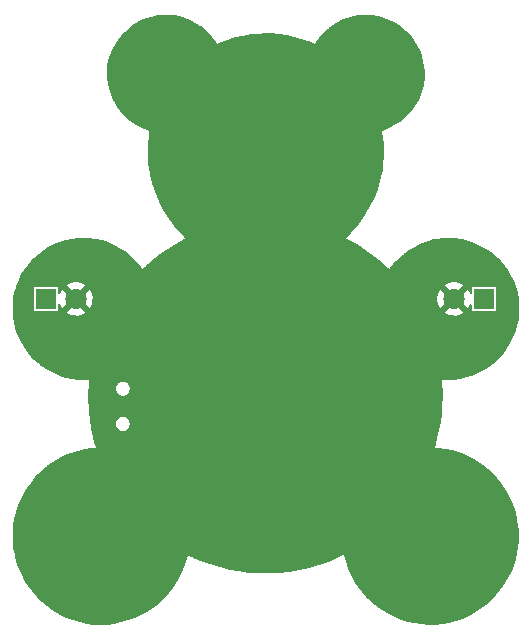
<source format=gbr>
G04 #@! TF.GenerationSoftware,KiCad,Pcbnew,(5.1.10)-1*
G04 #@! TF.CreationDate,2021-11-20T15:44:22+01:00*
G04 #@! TF.ProjectId,BlinkyBear,426c696e-6b79-4426-9561-722e6b696361,rev?*
G04 #@! TF.SameCoordinates,Original*
G04 #@! TF.FileFunction,Copper,L1,Top*
G04 #@! TF.FilePolarity,Positive*
%FSLAX46Y46*%
G04 Gerber Fmt 4.6, Leading zero omitted, Abs format (unit mm)*
G04 Created by KiCad (PCBNEW (5.1.10)-1) date 2021-11-20 15:44:22*
%MOMM*%
%LPD*%
G01*
G04 APERTURE LIST*
G04 #@! TA.AperFunction,ComponentPad*
%ADD10R,1.800000X1.800000*%
G04 #@! TD*
G04 #@! TA.AperFunction,ComponentPad*
%ADD11C,1.800000*%
G04 #@! TD*
G04 #@! TA.AperFunction,Conductor*
%ADD12C,0.152400*%
G04 #@! TD*
G04 #@! TA.AperFunction,Conductor*
%ADD13C,0.076200*%
G04 #@! TD*
G04 APERTURE END LIST*
D10*
X154432003Y-78740000D03*
D11*
X151892003Y-78740000D03*
D10*
X117348000Y-78740000D03*
D11*
X119888000Y-78740000D03*
D12*
X144832339Y-54784718D02*
X144987092Y-54800428D01*
X145473212Y-54882388D01*
X145941092Y-55009643D01*
X146389522Y-55180151D01*
X146816009Y-55391658D01*
X147218051Y-55641913D01*
X147593137Y-55928659D01*
X147938750Y-56249635D01*
X148252366Y-56602571D01*
X148531482Y-56985207D01*
X148773595Y-57395301D01*
X148976194Y-57830590D01*
X149136990Y-58289447D01*
X149218470Y-58602381D01*
X149301067Y-59079071D01*
X149335627Y-59557495D01*
X149323481Y-60034633D01*
X149265840Y-60506822D01*
X149163931Y-60970302D01*
X149018987Y-61421361D01*
X148832252Y-61856285D01*
X148604976Y-62271362D01*
X148338437Y-62662864D01*
X148033887Y-63027116D01*
X147691473Y-63361530D01*
X147607899Y-63433403D01*
X147323275Y-63653415D01*
X147012362Y-63860157D01*
X146686047Y-64047760D01*
X146356242Y-64209721D01*
X146034571Y-64339803D01*
X145815647Y-64410011D01*
X145801939Y-64415945D01*
X145789651Y-64424439D01*
X145781154Y-64432873D01*
X145758515Y-64459186D01*
X145749929Y-64471410D01*
X145743893Y-64485074D01*
X145740639Y-64499653D01*
X145740163Y-64512491D01*
X145743175Y-64576050D01*
X145744342Y-64586198D01*
X145744505Y-64587086D01*
X145819042Y-65083956D01*
X145864996Y-65610029D01*
X145882561Y-66154796D01*
X145871778Y-66706270D01*
X145832733Y-67252493D01*
X145765495Y-67782047D01*
X145719665Y-68045478D01*
X145560001Y-68750029D01*
X145355509Y-69431137D01*
X145106251Y-70089093D01*
X144812385Y-70723666D01*
X144474096Y-71334512D01*
X144091501Y-71921401D01*
X143664771Y-72483975D01*
X143193381Y-73022672D01*
X143057049Y-73165401D01*
X142680767Y-73552087D01*
X142671449Y-73563762D01*
X142664587Y-73577031D01*
X142660446Y-73591384D01*
X142659185Y-73606268D01*
X142660852Y-73621113D01*
X142665383Y-73635347D01*
X142672603Y-73648423D01*
X142682236Y-73659840D01*
X142699732Y-73672577D01*
X142997768Y-73830322D01*
X143669324Y-74211521D01*
X144332825Y-74639273D01*
X144984278Y-75110627D01*
X145618885Y-75622198D01*
X146087578Y-76036389D01*
X146377569Y-76302928D01*
X146389505Y-76311910D01*
X146402963Y-76318391D01*
X146417428Y-76322121D01*
X146432342Y-76322958D01*
X146447133Y-76320870D01*
X146461233Y-76315935D01*
X146474098Y-76308345D01*
X146485236Y-76298391D01*
X146491320Y-76290864D01*
X146591898Y-76148839D01*
X146918764Y-75730315D01*
X147282290Y-75343850D01*
X147679744Y-74990696D01*
X148107209Y-74673580D01*
X148560823Y-74395158D01*
X149036616Y-74158134D01*
X149530952Y-73965044D01*
X149962679Y-73837479D01*
X150198509Y-73781303D01*
X150411308Y-73738998D01*
X150616626Y-73708469D01*
X150831438Y-73687416D01*
X151072625Y-73673695D01*
X151224948Y-73668458D01*
X151536013Y-73664406D01*
X151812234Y-73671911D01*
X152070253Y-73692121D01*
X152326841Y-73726300D01*
X152588444Y-73773811D01*
X153120141Y-73905790D01*
X153628921Y-74082623D01*
X154115217Y-74304205D01*
X154578606Y-74570273D01*
X155018571Y-74880563D01*
X155435160Y-75235326D01*
X155663677Y-75459296D01*
X156029164Y-75870305D01*
X156349604Y-76303581D01*
X156625854Y-76760257D01*
X156858281Y-77240995D01*
X157047184Y-77746457D01*
X157192891Y-78277575D01*
X157283338Y-78752716D01*
X157305205Y-78939882D01*
X157320172Y-79165067D01*
X157328070Y-79414066D01*
X157328847Y-79672669D01*
X157322513Y-79926791D01*
X157309128Y-80162390D01*
X157288752Y-80366101D01*
X157281484Y-80417529D01*
X157172775Y-80968187D01*
X157019983Y-81493940D01*
X156822874Y-81996105D01*
X156581356Y-82474996D01*
X156295304Y-82930871D01*
X155964327Y-83364256D01*
X155675251Y-83686272D01*
X155282140Y-84059910D01*
X154861117Y-84392806D01*
X154414689Y-84684123D01*
X153945678Y-84932714D01*
X153456929Y-85137418D01*
X152951239Y-85297091D01*
X152431445Y-85410568D01*
X151900397Y-85476682D01*
X151359401Y-85494320D01*
X151266629Y-85492380D01*
X150861192Y-85480695D01*
X150846290Y-85481730D01*
X150831877Y-85485653D01*
X150818505Y-85492312D01*
X150806690Y-85501452D01*
X150796885Y-85512721D01*
X150789467Y-85525686D01*
X150784720Y-85539850D01*
X150782829Y-85554668D01*
X150783516Y-85567309D01*
X150797661Y-85669514D01*
X150802816Y-85721984D01*
X150809954Y-85817568D01*
X150818444Y-85947234D01*
X150827675Y-86101555D01*
X150837120Y-86272345D01*
X150841974Y-86365681D01*
X150856768Y-87034912D01*
X150835475Y-87727757D01*
X150779248Y-88435092D01*
X150689242Y-89146820D01*
X150566652Y-89852703D01*
X150412583Y-90543085D01*
X150306865Y-90940915D01*
X150271711Y-91067586D01*
X150271500Y-91068363D01*
X150242626Y-91176839D01*
X150242331Y-91177984D01*
X150222077Y-91259123D01*
X150221414Y-91262014D01*
X150212015Y-91307061D01*
X150210417Y-91321551D01*
X150210330Y-91327721D01*
X150211584Y-91342606D01*
X150215718Y-91356960D01*
X150222573Y-91370232D01*
X150231886Y-91381912D01*
X150243298Y-91391550D01*
X150256372Y-91398776D01*
X150271152Y-91403429D01*
X150298053Y-91408969D01*
X150303279Y-91409857D01*
X150370172Y-91418842D01*
X150371580Y-91419018D01*
X150467878Y-91430131D01*
X150468702Y-91430221D01*
X150563976Y-91440167D01*
X151176227Y-91523997D01*
X151763125Y-91650937D01*
X152328989Y-91822212D01*
X152876728Y-92038923D01*
X153409142Y-92302196D01*
X153929071Y-92613233D01*
X154440230Y-92973924D01*
X154474827Y-93000366D01*
X154598241Y-93101576D01*
X154746179Y-93233213D01*
X154910492Y-93387186D01*
X155082268Y-93554660D01*
X155252780Y-93726932D01*
X155413463Y-93895435D01*
X155555480Y-94051286D01*
X155670412Y-94186003D01*
X155705468Y-94230221D01*
X156069028Y-94738574D01*
X156383312Y-95256343D01*
X156650168Y-95787351D01*
X156871003Y-96334895D01*
X157047147Y-96902259D01*
X157179926Y-97492916D01*
X157267069Y-98079315D01*
X157280650Y-98242225D01*
X157289527Y-98444173D01*
X157293658Y-98671546D01*
X157293101Y-98911041D01*
X157287947Y-99149284D01*
X157278309Y-99373244D01*
X157264320Y-99569828D01*
X157255125Y-99658915D01*
X157170994Y-100212483D01*
X157051958Y-100738296D01*
X156894612Y-101248222D01*
X156695442Y-101753730D01*
X156480679Y-102207856D01*
X156232636Y-102659322D01*
X155962521Y-103078232D01*
X155662214Y-103475891D01*
X155323162Y-103863893D01*
X155130027Y-104064206D01*
X154681143Y-104480569D01*
X154205075Y-104854752D01*
X153702780Y-105186590D01*
X153175839Y-105475313D01*
X152625867Y-105720114D01*
X152054463Y-105920182D01*
X151463092Y-106074727D01*
X150905449Y-106175558D01*
X150325710Y-106233904D01*
X149739491Y-106244408D01*
X149151599Y-106207951D01*
X148567127Y-106125414D01*
X147991128Y-105997693D01*
X147428715Y-105825719D01*
X146884870Y-105610403D01*
X146390211Y-105366686D01*
X145938128Y-105102896D01*
X145523184Y-104821949D01*
X145132542Y-104514303D01*
X144752316Y-104169435D01*
X144644613Y-104063475D01*
X144255459Y-103646730D01*
X143908905Y-103216702D01*
X143601509Y-102767919D01*
X143330545Y-102295596D01*
X143093305Y-101794834D01*
X142887177Y-101260763D01*
X142709401Y-100687853D01*
X142658270Y-100496136D01*
X142630688Y-100388759D01*
X142625571Y-100374725D01*
X142617815Y-100361958D01*
X142607717Y-100350951D01*
X142595666Y-100342124D01*
X142582124Y-100335819D01*
X142567613Y-100332276D01*
X142552689Y-100331633D01*
X142537926Y-100333913D01*
X142522806Y-100339562D01*
X142327468Y-100437232D01*
X142142426Y-100525935D01*
X141923186Y-100624709D01*
X141683354Y-100727653D01*
X141437104Y-100828623D01*
X141287474Y-100887519D01*
X140466916Y-101178153D01*
X139638391Y-101419060D01*
X138802689Y-101610570D01*
X137961466Y-101752715D01*
X137116328Y-101845530D01*
X136268917Y-101889042D01*
X135420889Y-101883280D01*
X134573827Y-101828270D01*
X133729397Y-101724038D01*
X132889241Y-101570609D01*
X132054937Y-101367993D01*
X131228189Y-101116227D01*
X130409891Y-100815061D01*
X130143077Y-100705273D01*
X130004808Y-100645930D01*
X129866902Y-100585117D01*
X129744487Y-100529606D01*
X129651950Y-100485855D01*
X129639477Y-100479677D01*
X129525512Y-100423098D01*
X129522080Y-100421499D01*
X129445122Y-100387948D01*
X129429494Y-100383055D01*
X129380834Y-100373404D01*
X129365968Y-100371948D01*
X129351103Y-100373420D01*
X129330846Y-100380547D01*
X129301777Y-100395668D01*
X129289264Y-100403827D01*
X129278583Y-100414271D01*
X129267352Y-100432224D01*
X129249167Y-100472987D01*
X129244626Y-100486391D01*
X129228616Y-100553669D01*
X129228340Y-100554873D01*
X129227011Y-100560889D01*
X129182987Y-100735879D01*
X129122394Y-100942500D01*
X129049875Y-101166552D01*
X128970315Y-101393136D01*
X128888560Y-101607563D01*
X128855313Y-101689049D01*
X128598970Y-102238310D01*
X128300390Y-102761517D01*
X127961204Y-103257453D01*
X127583591Y-103723742D01*
X127169710Y-104158038D01*
X126721733Y-104557978D01*
X126241848Y-104921193D01*
X125731635Y-105245708D01*
X125430020Y-105411348D01*
X124883864Y-105666775D01*
X124319094Y-105876673D01*
X123739189Y-106040485D01*
X123148155Y-106157412D01*
X122550039Y-106226644D01*
X121948872Y-106247385D01*
X121369058Y-106220626D01*
X120783160Y-106145487D01*
X120205223Y-106021864D01*
X119633321Y-105849216D01*
X119065014Y-105626740D01*
X118729444Y-105471181D01*
X118243384Y-105211530D01*
X117792136Y-104925188D01*
X117365308Y-104604903D01*
X116952323Y-104242975D01*
X116797621Y-104093595D01*
X116379531Y-103644765D01*
X116003521Y-103168599D01*
X115669645Y-102665932D01*
X115378614Y-102138269D01*
X115131203Y-101587199D01*
X114928156Y-101014212D01*
X114770269Y-100420898D01*
X114658117Y-99807654D01*
X114638705Y-99662236D01*
X114626278Y-99526482D01*
X114616932Y-99350648D01*
X114610740Y-99146039D01*
X114607749Y-98924410D01*
X114607964Y-98697362D01*
X114611386Y-98476419D01*
X114617997Y-98273126D01*
X114627742Y-98099376D01*
X114639023Y-97978629D01*
X114737595Y-97373488D01*
X114881491Y-96787236D01*
X115068934Y-96221226D01*
X115298060Y-95677302D01*
X115567019Y-95157287D01*
X115873959Y-94663005D01*
X116217022Y-94196299D01*
X116594383Y-93758968D01*
X117004160Y-93352882D01*
X117444503Y-92979873D01*
X117913579Y-92641762D01*
X118409543Y-92340383D01*
X118930506Y-92077595D01*
X119474687Y-91855201D01*
X120040201Y-91675057D01*
X120625262Y-91538989D01*
X121219942Y-91449670D01*
X121351259Y-91435002D01*
X121351505Y-91434974D01*
X121464845Y-91421941D01*
X121465202Y-91421899D01*
X121550258Y-91411711D01*
X121551123Y-91411603D01*
X121599030Y-91405308D01*
X121603206Y-91404641D01*
X121610470Y-91403273D01*
X121624808Y-91399082D01*
X121638053Y-91392176D01*
X121649696Y-91382818D01*
X121659290Y-91371368D01*
X121666465Y-91358266D01*
X121670947Y-91344017D01*
X121672563Y-91329167D01*
X121671387Y-91315028D01*
X121667099Y-91290951D01*
X121665569Y-91284170D01*
X121649227Y-91224544D01*
X121648682Y-91222652D01*
X121623802Y-91140285D01*
X121623585Y-91139580D01*
X121623318Y-91138726D01*
X121529073Y-90812357D01*
X121437383Y-90446129D01*
X121350165Y-90050088D01*
X121269552Y-89635160D01*
X121206848Y-89266364D01*
X123172000Y-89266364D01*
X123172000Y-89400036D01*
X123198079Y-89531140D01*
X123249233Y-89654637D01*
X123323497Y-89765782D01*
X123418018Y-89860303D01*
X123529163Y-89934567D01*
X123652660Y-89985721D01*
X123783764Y-90011800D01*
X123917436Y-90011800D01*
X124048540Y-89985721D01*
X124172037Y-89934567D01*
X124283182Y-89860303D01*
X124377703Y-89765782D01*
X124451967Y-89654637D01*
X124503121Y-89531140D01*
X124529200Y-89400036D01*
X124529200Y-89266364D01*
X124503121Y-89135260D01*
X124451967Y-89011763D01*
X124377703Y-88900618D01*
X124283182Y-88806097D01*
X124172037Y-88731833D01*
X124048540Y-88680679D01*
X123917436Y-88654600D01*
X123783764Y-88654600D01*
X123652660Y-88680679D01*
X123529163Y-88731833D01*
X123418018Y-88806097D01*
X123323497Y-88900618D01*
X123249233Y-89011763D01*
X123198079Y-89135260D01*
X123172000Y-89266364D01*
X121206848Y-89266364D01*
X121197620Y-89212090D01*
X121136455Y-88791770D01*
X121088060Y-88384503D01*
X121081985Y-88324722D01*
X121059457Y-88050242D01*
X121042785Y-87746953D01*
X121031946Y-87424444D01*
X121026949Y-87093088D01*
X121027779Y-86762894D01*
X121034420Y-86444304D01*
X121041865Y-86266364D01*
X123172000Y-86266364D01*
X123172000Y-86400036D01*
X123198079Y-86531140D01*
X123249233Y-86654637D01*
X123323497Y-86765782D01*
X123418018Y-86860303D01*
X123529163Y-86934567D01*
X123652660Y-86985721D01*
X123783764Y-87011800D01*
X123917436Y-87011800D01*
X124048540Y-86985721D01*
X124172037Y-86934567D01*
X124283182Y-86860303D01*
X124377703Y-86765782D01*
X124451967Y-86654637D01*
X124503121Y-86531140D01*
X124529200Y-86400036D01*
X124529200Y-86266364D01*
X124503121Y-86135260D01*
X124451967Y-86011763D01*
X124377703Y-85900618D01*
X124283182Y-85806097D01*
X124172037Y-85731833D01*
X124048540Y-85680679D01*
X123917436Y-85654600D01*
X123783764Y-85654600D01*
X123652660Y-85680679D01*
X123529163Y-85731833D01*
X123418018Y-85806097D01*
X123323497Y-85900618D01*
X123249233Y-86011763D01*
X123198079Y-86135260D01*
X123172000Y-86266364D01*
X121041865Y-86266364D01*
X121046842Y-86147439D01*
X121064991Y-85882571D01*
X121085746Y-85683062D01*
X121100269Y-85568594D01*
X121100688Y-85553662D01*
X121098185Y-85538935D01*
X121092857Y-85524979D01*
X121084910Y-85512332D01*
X121074647Y-85501477D01*
X121062464Y-85492833D01*
X121048829Y-85486733D01*
X121034266Y-85483409D01*
X121022761Y-85482827D01*
X120621919Y-85492897D01*
X120086038Y-85481481D01*
X119558419Y-85420774D01*
X119039067Y-85311325D01*
X118529688Y-85153683D01*
X118032083Y-84948399D01*
X117548027Y-84695999D01*
X117078272Y-84396335D01*
X116970082Y-84318996D01*
X116821657Y-84202133D01*
X116651805Y-84054229D01*
X116469873Y-83884500D01*
X116285950Y-83702898D01*
X116109940Y-83519278D01*
X115951743Y-83343551D01*
X115820826Y-83185224D01*
X115787671Y-83141673D01*
X115474522Y-82679039D01*
X115209042Y-82199775D01*
X114990124Y-81701976D01*
X114817317Y-81184596D01*
X114690002Y-80645615D01*
X114653099Y-80431964D01*
X114631932Y-80253542D01*
X114616914Y-80037538D01*
X114608151Y-79796685D01*
X114605721Y-79544672D01*
X114609638Y-79294565D01*
X114619883Y-79059773D01*
X114636384Y-78853579D01*
X114652422Y-78728109D01*
X114763099Y-78177976D01*
X114862582Y-77840000D01*
X116218294Y-77840000D01*
X116218294Y-79640000D01*
X116222708Y-79684813D01*
X116235779Y-79727905D01*
X116257006Y-79767618D01*
X116285573Y-79802427D01*
X116320382Y-79830994D01*
X116360095Y-79852221D01*
X116403187Y-79865292D01*
X116448000Y-79869706D01*
X118248000Y-79869706D01*
X118292813Y-79865292D01*
X118335905Y-79852221D01*
X118375618Y-79830994D01*
X118402817Y-79808672D01*
X119070775Y-79808672D01*
X119161483Y-80042457D01*
X119429540Y-80159167D01*
X119715214Y-80221339D01*
X120007529Y-80226585D01*
X120295251Y-80174701D01*
X120567322Y-80067683D01*
X120614517Y-80042457D01*
X120705225Y-79808672D01*
X151074778Y-79808672D01*
X151165486Y-80042457D01*
X151433543Y-80159167D01*
X151719217Y-80221339D01*
X152011532Y-80226585D01*
X152299254Y-80174701D01*
X152571325Y-80067683D01*
X152618520Y-80042457D01*
X152709228Y-79808672D01*
X151892003Y-78991447D01*
X151074778Y-79808672D01*
X120705225Y-79808672D01*
X119888000Y-78991447D01*
X119070775Y-79808672D01*
X118402817Y-79808672D01*
X118410427Y-79802427D01*
X118438994Y-79767618D01*
X118460221Y-79727905D01*
X118473292Y-79684813D01*
X118477706Y-79640000D01*
X118477706Y-79209301D01*
X118560317Y-79419322D01*
X118585543Y-79466517D01*
X118819328Y-79557225D01*
X119636553Y-78740000D01*
X120139447Y-78740000D01*
X120956672Y-79557225D01*
X121190457Y-79466517D01*
X121307167Y-79198460D01*
X121369339Y-78912786D01*
X121370294Y-78859529D01*
X150405418Y-78859529D01*
X150457302Y-79147251D01*
X150564320Y-79419322D01*
X150589546Y-79466517D01*
X150823331Y-79557225D01*
X151640556Y-78740000D01*
X152143450Y-78740000D01*
X152960675Y-79557225D01*
X153194460Y-79466517D01*
X153302297Y-79218839D01*
X153302297Y-79640000D01*
X153306711Y-79684813D01*
X153319782Y-79727905D01*
X153341009Y-79767618D01*
X153369576Y-79802427D01*
X153404385Y-79830994D01*
X153444098Y-79852221D01*
X153487190Y-79865292D01*
X153532003Y-79869706D01*
X155332003Y-79869706D01*
X155376816Y-79865292D01*
X155419908Y-79852221D01*
X155459621Y-79830994D01*
X155494430Y-79802427D01*
X155522997Y-79767618D01*
X155544224Y-79727905D01*
X155557295Y-79684813D01*
X155561709Y-79640000D01*
X155561709Y-77840000D01*
X155557295Y-77795187D01*
X155544224Y-77752095D01*
X155522997Y-77712382D01*
X155494430Y-77677573D01*
X155459621Y-77649006D01*
X155419908Y-77627779D01*
X155376816Y-77614708D01*
X155332003Y-77610294D01*
X153532003Y-77610294D01*
X153487190Y-77614708D01*
X153444098Y-77627779D01*
X153404385Y-77649006D01*
X153369576Y-77677573D01*
X153341009Y-77712382D01*
X153319782Y-77752095D01*
X153306711Y-77795187D01*
X153302297Y-77840000D01*
X153302297Y-78270699D01*
X153219686Y-78060678D01*
X153194460Y-78013483D01*
X152960675Y-77922775D01*
X152143450Y-78740000D01*
X151640556Y-78740000D01*
X150823331Y-77922775D01*
X150589546Y-78013483D01*
X150472836Y-78281540D01*
X150410664Y-78567214D01*
X150405418Y-78859529D01*
X121370294Y-78859529D01*
X121374585Y-78620471D01*
X121322701Y-78332749D01*
X121215683Y-78060678D01*
X121190457Y-78013483D01*
X120956672Y-77922775D01*
X120139447Y-78740000D01*
X119636553Y-78740000D01*
X118819328Y-77922775D01*
X118585543Y-78013483D01*
X118477706Y-78261161D01*
X118477706Y-77840000D01*
X118473292Y-77795187D01*
X118460221Y-77752095D01*
X118438994Y-77712382D01*
X118410427Y-77677573D01*
X118402818Y-77671328D01*
X119070775Y-77671328D01*
X119888000Y-78488553D01*
X120705225Y-77671328D01*
X151074778Y-77671328D01*
X151892003Y-78488553D01*
X152709228Y-77671328D01*
X152618520Y-77437543D01*
X152350463Y-77320833D01*
X152064789Y-77258661D01*
X151772474Y-77253415D01*
X151484752Y-77305299D01*
X151212681Y-77412317D01*
X151165486Y-77437543D01*
X151074778Y-77671328D01*
X120705225Y-77671328D01*
X120614517Y-77437543D01*
X120346460Y-77320833D01*
X120060786Y-77258661D01*
X119768471Y-77253415D01*
X119480749Y-77305299D01*
X119208678Y-77412317D01*
X119161483Y-77437543D01*
X119070775Y-77671328D01*
X118402818Y-77671328D01*
X118375618Y-77649006D01*
X118335905Y-77627779D01*
X118292813Y-77614708D01*
X118248000Y-77610294D01*
X116448000Y-77610294D01*
X116403187Y-77614708D01*
X116360095Y-77627779D01*
X116320382Y-77649006D01*
X116285573Y-77677573D01*
X116257006Y-77712382D01*
X116235779Y-77752095D01*
X116222708Y-77795187D01*
X116218294Y-77840000D01*
X114862582Y-77840000D01*
X114918199Y-77651055D01*
X115117395Y-77147560D01*
X115360318Y-76668125D01*
X115646612Y-76213441D01*
X115976164Y-75783927D01*
X116271758Y-75458007D01*
X116676302Y-75077318D01*
X117104063Y-74741175D01*
X117554996Y-74449450D01*
X118028881Y-74202228D01*
X118525682Y-73999561D01*
X119008843Y-73850993D01*
X119208192Y-73800099D01*
X119380774Y-73759905D01*
X119535863Y-73729441D01*
X119684682Y-73707261D01*
X119838516Y-73691992D01*
X120008845Y-73682363D01*
X120206480Y-73677203D01*
X120442359Y-73675314D01*
X120511386Y-73675208D01*
X120772528Y-73676637D01*
X120993270Y-73682169D01*
X121185048Y-73693144D01*
X121359374Y-73710882D01*
X121528139Y-73736786D01*
X121703401Y-73772404D01*
X121896810Y-73819309D01*
X122091284Y-73871196D01*
X122599364Y-74036392D01*
X123088813Y-74246946D01*
X123557530Y-74500914D01*
X124001946Y-74795859D01*
X124418494Y-75129329D01*
X124803610Y-75498855D01*
X125154476Y-75902803D01*
X125279631Y-76067023D01*
X125431037Y-76273298D01*
X125441014Y-76284415D01*
X125452968Y-76293373D01*
X125466440Y-76299827D01*
X125480912Y-76303528D01*
X125495828Y-76304335D01*
X125510615Y-76302216D01*
X125524704Y-76297254D01*
X125537555Y-76289638D01*
X125544386Y-76283983D01*
X125815366Y-76031729D01*
X126386838Y-75529871D01*
X126999036Y-75049275D01*
X127646193Y-74593931D01*
X128321690Y-74168556D01*
X128921482Y-73829616D01*
X129228562Y-73665013D01*
X129240972Y-73656699D01*
X129251522Y-73646124D01*
X129259807Y-73633694D01*
X129265507Y-73619887D01*
X129268404Y-73605233D01*
X129268386Y-73590295D01*
X129265455Y-73575647D01*
X129259722Y-73561853D01*
X129247143Y-73544680D01*
X128850910Y-73137950D01*
X128374089Y-72612882D01*
X127940136Y-72061300D01*
X127548806Y-71483639D01*
X127200783Y-70881351D01*
X126896739Y-70255863D01*
X126637347Y-69608582D01*
X126423301Y-68940947D01*
X126255297Y-68254385D01*
X126133867Y-67549359D01*
X126111945Y-67379042D01*
X126072461Y-66941911D01*
X126054241Y-66475634D01*
X126057022Y-65996181D01*
X126080549Y-65520459D01*
X126124560Y-65064739D01*
X126152453Y-64860776D01*
X126152454Y-64860776D01*
X126169857Y-64734854D01*
X126170123Y-64732703D01*
X126181885Y-64625109D01*
X126182168Y-64621884D01*
X126187455Y-64542386D01*
X126187533Y-64533630D01*
X126185509Y-64491991D01*
X126183325Y-64477214D01*
X126176813Y-64460169D01*
X126175032Y-64456789D01*
X126166807Y-64444320D01*
X126156307Y-64433695D01*
X126141023Y-64423823D01*
X126109380Y-64408389D01*
X126103886Y-64405973D01*
X126035409Y-64379018D01*
X126033522Y-64378304D01*
X125939630Y-64344186D01*
X125938522Y-64343793D01*
X125872137Y-64320823D01*
X125491161Y-64168770D01*
X125111978Y-63974265D01*
X124742201Y-63742904D01*
X124391600Y-63481301D01*
X124069875Y-63196201D01*
X123785235Y-62892985D01*
X123772386Y-62877734D01*
X123538947Y-62579769D01*
X123338348Y-62279941D01*
X123155489Y-61955234D01*
X123105063Y-61855775D01*
X122908876Y-61405169D01*
X122760803Y-60944520D01*
X122659892Y-60475648D01*
X122605828Y-60001793D01*
X122598307Y-59526259D01*
X122637024Y-59052283D01*
X122721677Y-58583163D01*
X122851971Y-58122160D01*
X123027595Y-57672592D01*
X123248278Y-57237680D01*
X123514469Y-56819548D01*
X123585030Y-56722258D01*
X123678660Y-56606026D01*
X123802286Y-56466844D01*
X123946247Y-56314535D01*
X124100349Y-56159377D01*
X124254525Y-56011448D01*
X124398599Y-55880868D01*
X124522742Y-55777361D01*
X124551157Y-55755653D01*
X124965546Y-55477677D01*
X125396380Y-55246027D01*
X125841643Y-55059921D01*
X126298212Y-54919337D01*
X126762951Y-54824266D01*
X127232702Y-54774708D01*
X127704342Y-54770667D01*
X128174703Y-54812148D01*
X128640647Y-54899161D01*
X129099045Y-55031724D01*
X129546735Y-55209850D01*
X129980588Y-55433569D01*
X130398836Y-55703804D01*
X130450486Y-55741363D01*
X130702049Y-55944916D01*
X130957137Y-56184918D01*
X131205540Y-56450439D01*
X131435936Y-56729431D01*
X131637694Y-57010470D01*
X131692634Y-57092124D01*
X131693500Y-57093383D01*
X131738046Y-57156806D01*
X131740042Y-57159518D01*
X131766674Y-57194081D01*
X131777415Y-57205403D01*
X131781584Y-57208980D01*
X131793820Y-57217549D01*
X131807492Y-57223566D01*
X131822076Y-57226800D01*
X131837010Y-57227127D01*
X131857484Y-57222673D01*
X131883055Y-57213277D01*
X131885545Y-57212313D01*
X131948220Y-57186757D01*
X131948867Y-57186489D01*
X132039100Y-57148726D01*
X132039488Y-57148563D01*
X132141848Y-57105057D01*
X132746342Y-56872269D01*
X133375266Y-56679337D01*
X134022383Y-56527149D01*
X134680039Y-56417103D01*
X135340542Y-56350567D01*
X135996708Y-56328860D01*
X136420414Y-56339625D01*
X137074681Y-56393356D01*
X137723109Y-56488562D01*
X138358726Y-56623638D01*
X138974212Y-56796919D01*
X139563136Y-57007018D01*
X139769222Y-57092222D01*
X139881806Y-57140379D01*
X139882053Y-57140484D01*
X139976746Y-57180594D01*
X139977137Y-57180759D01*
X140044543Y-57208869D01*
X140045805Y-57209381D01*
X140076974Y-57221730D01*
X140086358Y-57224762D01*
X140087390Y-57225023D01*
X140102161Y-57227249D01*
X140117082Y-57226550D01*
X140131581Y-57222953D01*
X140145099Y-57216597D01*
X140157117Y-57207726D01*
X140165835Y-57198425D01*
X140181544Y-57178567D01*
X140184278Y-57174888D01*
X140221869Y-57121002D01*
X140222517Y-57120057D01*
X140276137Y-57040676D01*
X140276504Y-57040129D01*
X140331250Y-56957549D01*
X140616573Y-56568639D01*
X140936005Y-56214539D01*
X141287357Y-55895167D01*
X141667176Y-55612142D01*
X142072007Y-55367086D01*
X142498350Y-55161636D01*
X142942746Y-54997398D01*
X143401691Y-54875988D01*
X143871699Y-54799004D01*
X144349282Y-54768038D01*
X144832339Y-54784718D01*
G04 #@! TA.AperFunction,Conductor*
D13*
G36*
X144832339Y-54784718D02*
G01*
X144987092Y-54800428D01*
X145473212Y-54882388D01*
X145941092Y-55009643D01*
X146389522Y-55180151D01*
X146816009Y-55391658D01*
X147218051Y-55641913D01*
X147593137Y-55928659D01*
X147938750Y-56249635D01*
X148252366Y-56602571D01*
X148531482Y-56985207D01*
X148773595Y-57395301D01*
X148976194Y-57830590D01*
X149136990Y-58289447D01*
X149218470Y-58602381D01*
X149301067Y-59079071D01*
X149335627Y-59557495D01*
X149323481Y-60034633D01*
X149265840Y-60506822D01*
X149163931Y-60970302D01*
X149018987Y-61421361D01*
X148832252Y-61856285D01*
X148604976Y-62271362D01*
X148338437Y-62662864D01*
X148033887Y-63027116D01*
X147691473Y-63361530D01*
X147607899Y-63433403D01*
X147323275Y-63653415D01*
X147012362Y-63860157D01*
X146686047Y-64047760D01*
X146356242Y-64209721D01*
X146034571Y-64339803D01*
X145815647Y-64410011D01*
X145801939Y-64415945D01*
X145789651Y-64424439D01*
X145781154Y-64432873D01*
X145758515Y-64459186D01*
X145749929Y-64471410D01*
X145743893Y-64485074D01*
X145740639Y-64499653D01*
X145740163Y-64512491D01*
X145743175Y-64576050D01*
X145744342Y-64586198D01*
X145744505Y-64587086D01*
X145819042Y-65083956D01*
X145864996Y-65610029D01*
X145882561Y-66154796D01*
X145871778Y-66706270D01*
X145832733Y-67252493D01*
X145765495Y-67782047D01*
X145719665Y-68045478D01*
X145560001Y-68750029D01*
X145355509Y-69431137D01*
X145106251Y-70089093D01*
X144812385Y-70723666D01*
X144474096Y-71334512D01*
X144091501Y-71921401D01*
X143664771Y-72483975D01*
X143193381Y-73022672D01*
X143057049Y-73165401D01*
X142680767Y-73552087D01*
X142671449Y-73563762D01*
X142664587Y-73577031D01*
X142660446Y-73591384D01*
X142659185Y-73606268D01*
X142660852Y-73621113D01*
X142665383Y-73635347D01*
X142672603Y-73648423D01*
X142682236Y-73659840D01*
X142699732Y-73672577D01*
X142997768Y-73830322D01*
X143669324Y-74211521D01*
X144332825Y-74639273D01*
X144984278Y-75110627D01*
X145618885Y-75622198D01*
X146087578Y-76036389D01*
X146377569Y-76302928D01*
X146389505Y-76311910D01*
X146402963Y-76318391D01*
X146417428Y-76322121D01*
X146432342Y-76322958D01*
X146447133Y-76320870D01*
X146461233Y-76315935D01*
X146474098Y-76308345D01*
X146485236Y-76298391D01*
X146491320Y-76290864D01*
X146591898Y-76148839D01*
X146918764Y-75730315D01*
X147282290Y-75343850D01*
X147679744Y-74990696D01*
X148107209Y-74673580D01*
X148560823Y-74395158D01*
X149036616Y-74158134D01*
X149530952Y-73965044D01*
X149962679Y-73837479D01*
X150198509Y-73781303D01*
X150411308Y-73738998D01*
X150616626Y-73708469D01*
X150831438Y-73687416D01*
X151072625Y-73673695D01*
X151224948Y-73668458D01*
X151536013Y-73664406D01*
X151812234Y-73671911D01*
X152070253Y-73692121D01*
X152326841Y-73726300D01*
X152588444Y-73773811D01*
X153120141Y-73905790D01*
X153628921Y-74082623D01*
X154115217Y-74304205D01*
X154578606Y-74570273D01*
X155018571Y-74880563D01*
X155435160Y-75235326D01*
X155663677Y-75459296D01*
X156029164Y-75870305D01*
X156349604Y-76303581D01*
X156625854Y-76760257D01*
X156858281Y-77240995D01*
X157047184Y-77746457D01*
X157192891Y-78277575D01*
X157283338Y-78752716D01*
X157305205Y-78939882D01*
X157320172Y-79165067D01*
X157328070Y-79414066D01*
X157328847Y-79672669D01*
X157322513Y-79926791D01*
X157309128Y-80162390D01*
X157288752Y-80366101D01*
X157281484Y-80417529D01*
X157172775Y-80968187D01*
X157019983Y-81493940D01*
X156822874Y-81996105D01*
X156581356Y-82474996D01*
X156295304Y-82930871D01*
X155964327Y-83364256D01*
X155675251Y-83686272D01*
X155282140Y-84059910D01*
X154861117Y-84392806D01*
X154414689Y-84684123D01*
X153945678Y-84932714D01*
X153456929Y-85137418D01*
X152951239Y-85297091D01*
X152431445Y-85410568D01*
X151900397Y-85476682D01*
X151359401Y-85494320D01*
X151266629Y-85492380D01*
X150861192Y-85480695D01*
X150846290Y-85481730D01*
X150831877Y-85485653D01*
X150818505Y-85492312D01*
X150806690Y-85501452D01*
X150796885Y-85512721D01*
X150789467Y-85525686D01*
X150784720Y-85539850D01*
X150782829Y-85554668D01*
X150783516Y-85567309D01*
X150797661Y-85669514D01*
X150802816Y-85721984D01*
X150809954Y-85817568D01*
X150818444Y-85947234D01*
X150827675Y-86101555D01*
X150837120Y-86272345D01*
X150841974Y-86365681D01*
X150856768Y-87034912D01*
X150835475Y-87727757D01*
X150779248Y-88435092D01*
X150689242Y-89146820D01*
X150566652Y-89852703D01*
X150412583Y-90543085D01*
X150306865Y-90940915D01*
X150271711Y-91067586D01*
X150271500Y-91068363D01*
X150242626Y-91176839D01*
X150242331Y-91177984D01*
X150222077Y-91259123D01*
X150221414Y-91262014D01*
X150212015Y-91307061D01*
X150210417Y-91321551D01*
X150210330Y-91327721D01*
X150211584Y-91342606D01*
X150215718Y-91356960D01*
X150222573Y-91370232D01*
X150231886Y-91381912D01*
X150243298Y-91391550D01*
X150256372Y-91398776D01*
X150271152Y-91403429D01*
X150298053Y-91408969D01*
X150303279Y-91409857D01*
X150370172Y-91418842D01*
X150371580Y-91419018D01*
X150467878Y-91430131D01*
X150468702Y-91430221D01*
X150563976Y-91440167D01*
X151176227Y-91523997D01*
X151763125Y-91650937D01*
X152328989Y-91822212D01*
X152876728Y-92038923D01*
X153409142Y-92302196D01*
X153929071Y-92613233D01*
X154440230Y-92973924D01*
X154474827Y-93000366D01*
X154598241Y-93101576D01*
X154746179Y-93233213D01*
X154910492Y-93387186D01*
X155082268Y-93554660D01*
X155252780Y-93726932D01*
X155413463Y-93895435D01*
X155555480Y-94051286D01*
X155670412Y-94186003D01*
X155705468Y-94230221D01*
X156069028Y-94738574D01*
X156383312Y-95256343D01*
X156650168Y-95787351D01*
X156871003Y-96334895D01*
X157047147Y-96902259D01*
X157179926Y-97492916D01*
X157267069Y-98079315D01*
X157280650Y-98242225D01*
X157289527Y-98444173D01*
X157293658Y-98671546D01*
X157293101Y-98911041D01*
X157287947Y-99149284D01*
X157278309Y-99373244D01*
X157264320Y-99569828D01*
X157255125Y-99658915D01*
X157170994Y-100212483D01*
X157051958Y-100738296D01*
X156894612Y-101248222D01*
X156695442Y-101753730D01*
X156480679Y-102207856D01*
X156232636Y-102659322D01*
X155962521Y-103078232D01*
X155662214Y-103475891D01*
X155323162Y-103863893D01*
X155130027Y-104064206D01*
X154681143Y-104480569D01*
X154205075Y-104854752D01*
X153702780Y-105186590D01*
X153175839Y-105475313D01*
X152625867Y-105720114D01*
X152054463Y-105920182D01*
X151463092Y-106074727D01*
X150905449Y-106175558D01*
X150325710Y-106233904D01*
X149739491Y-106244408D01*
X149151599Y-106207951D01*
X148567127Y-106125414D01*
X147991128Y-105997693D01*
X147428715Y-105825719D01*
X146884870Y-105610403D01*
X146390211Y-105366686D01*
X145938128Y-105102896D01*
X145523184Y-104821949D01*
X145132542Y-104514303D01*
X144752316Y-104169435D01*
X144644613Y-104063475D01*
X144255459Y-103646730D01*
X143908905Y-103216702D01*
X143601509Y-102767919D01*
X143330545Y-102295596D01*
X143093305Y-101794834D01*
X142887177Y-101260763D01*
X142709401Y-100687853D01*
X142658270Y-100496136D01*
X142630688Y-100388759D01*
X142625571Y-100374725D01*
X142617815Y-100361958D01*
X142607717Y-100350951D01*
X142595666Y-100342124D01*
X142582124Y-100335819D01*
X142567613Y-100332276D01*
X142552689Y-100331633D01*
X142537926Y-100333913D01*
X142522806Y-100339562D01*
X142327468Y-100437232D01*
X142142426Y-100525935D01*
X141923186Y-100624709D01*
X141683354Y-100727653D01*
X141437104Y-100828623D01*
X141287474Y-100887519D01*
X140466916Y-101178153D01*
X139638391Y-101419060D01*
X138802689Y-101610570D01*
X137961466Y-101752715D01*
X137116328Y-101845530D01*
X136268917Y-101889042D01*
X135420889Y-101883280D01*
X134573827Y-101828270D01*
X133729397Y-101724038D01*
X132889241Y-101570609D01*
X132054937Y-101367993D01*
X131228189Y-101116227D01*
X130409891Y-100815061D01*
X130143077Y-100705273D01*
X130004808Y-100645930D01*
X129866902Y-100585117D01*
X129744487Y-100529606D01*
X129651950Y-100485855D01*
X129639477Y-100479677D01*
X129525512Y-100423098D01*
X129522080Y-100421499D01*
X129445122Y-100387948D01*
X129429494Y-100383055D01*
X129380834Y-100373404D01*
X129365968Y-100371948D01*
X129351103Y-100373420D01*
X129330846Y-100380547D01*
X129301777Y-100395668D01*
X129289264Y-100403827D01*
X129278583Y-100414271D01*
X129267352Y-100432224D01*
X129249167Y-100472987D01*
X129244626Y-100486391D01*
X129228616Y-100553669D01*
X129228340Y-100554873D01*
X129227011Y-100560889D01*
X129182987Y-100735879D01*
X129122394Y-100942500D01*
X129049875Y-101166552D01*
X128970315Y-101393136D01*
X128888560Y-101607563D01*
X128855313Y-101689049D01*
X128598970Y-102238310D01*
X128300390Y-102761517D01*
X127961204Y-103257453D01*
X127583591Y-103723742D01*
X127169710Y-104158038D01*
X126721733Y-104557978D01*
X126241848Y-104921193D01*
X125731635Y-105245708D01*
X125430020Y-105411348D01*
X124883864Y-105666775D01*
X124319094Y-105876673D01*
X123739189Y-106040485D01*
X123148155Y-106157412D01*
X122550039Y-106226644D01*
X121948872Y-106247385D01*
X121369058Y-106220626D01*
X120783160Y-106145487D01*
X120205223Y-106021864D01*
X119633321Y-105849216D01*
X119065014Y-105626740D01*
X118729444Y-105471181D01*
X118243384Y-105211530D01*
X117792136Y-104925188D01*
X117365308Y-104604903D01*
X116952323Y-104242975D01*
X116797621Y-104093595D01*
X116379531Y-103644765D01*
X116003521Y-103168599D01*
X115669645Y-102665932D01*
X115378614Y-102138269D01*
X115131203Y-101587199D01*
X114928156Y-101014212D01*
X114770269Y-100420898D01*
X114658117Y-99807654D01*
X114638705Y-99662236D01*
X114626278Y-99526482D01*
X114616932Y-99350648D01*
X114610740Y-99146039D01*
X114607749Y-98924410D01*
X114607964Y-98697362D01*
X114611386Y-98476419D01*
X114617997Y-98273126D01*
X114627742Y-98099376D01*
X114639023Y-97978629D01*
X114737595Y-97373488D01*
X114881491Y-96787236D01*
X115068934Y-96221226D01*
X115298060Y-95677302D01*
X115567019Y-95157287D01*
X115873959Y-94663005D01*
X116217022Y-94196299D01*
X116594383Y-93758968D01*
X117004160Y-93352882D01*
X117444503Y-92979873D01*
X117913579Y-92641762D01*
X118409543Y-92340383D01*
X118930506Y-92077595D01*
X119474687Y-91855201D01*
X120040201Y-91675057D01*
X120625262Y-91538989D01*
X121219942Y-91449670D01*
X121351259Y-91435002D01*
X121351505Y-91434974D01*
X121464845Y-91421941D01*
X121465202Y-91421899D01*
X121550258Y-91411711D01*
X121551123Y-91411603D01*
X121599030Y-91405308D01*
X121603206Y-91404641D01*
X121610470Y-91403273D01*
X121624808Y-91399082D01*
X121638053Y-91392176D01*
X121649696Y-91382818D01*
X121659290Y-91371368D01*
X121666465Y-91358266D01*
X121670947Y-91344017D01*
X121672563Y-91329167D01*
X121671387Y-91315028D01*
X121667099Y-91290951D01*
X121665569Y-91284170D01*
X121649227Y-91224544D01*
X121648682Y-91222652D01*
X121623802Y-91140285D01*
X121623585Y-91139580D01*
X121623318Y-91138726D01*
X121529073Y-90812357D01*
X121437383Y-90446129D01*
X121350165Y-90050088D01*
X121269552Y-89635160D01*
X121206848Y-89266364D01*
X123172000Y-89266364D01*
X123172000Y-89400036D01*
X123198079Y-89531140D01*
X123249233Y-89654637D01*
X123323497Y-89765782D01*
X123418018Y-89860303D01*
X123529163Y-89934567D01*
X123652660Y-89985721D01*
X123783764Y-90011800D01*
X123917436Y-90011800D01*
X124048540Y-89985721D01*
X124172037Y-89934567D01*
X124283182Y-89860303D01*
X124377703Y-89765782D01*
X124451967Y-89654637D01*
X124503121Y-89531140D01*
X124529200Y-89400036D01*
X124529200Y-89266364D01*
X124503121Y-89135260D01*
X124451967Y-89011763D01*
X124377703Y-88900618D01*
X124283182Y-88806097D01*
X124172037Y-88731833D01*
X124048540Y-88680679D01*
X123917436Y-88654600D01*
X123783764Y-88654600D01*
X123652660Y-88680679D01*
X123529163Y-88731833D01*
X123418018Y-88806097D01*
X123323497Y-88900618D01*
X123249233Y-89011763D01*
X123198079Y-89135260D01*
X123172000Y-89266364D01*
X121206848Y-89266364D01*
X121197620Y-89212090D01*
X121136455Y-88791770D01*
X121088060Y-88384503D01*
X121081985Y-88324722D01*
X121059457Y-88050242D01*
X121042785Y-87746953D01*
X121031946Y-87424444D01*
X121026949Y-87093088D01*
X121027779Y-86762894D01*
X121034420Y-86444304D01*
X121041865Y-86266364D01*
X123172000Y-86266364D01*
X123172000Y-86400036D01*
X123198079Y-86531140D01*
X123249233Y-86654637D01*
X123323497Y-86765782D01*
X123418018Y-86860303D01*
X123529163Y-86934567D01*
X123652660Y-86985721D01*
X123783764Y-87011800D01*
X123917436Y-87011800D01*
X124048540Y-86985721D01*
X124172037Y-86934567D01*
X124283182Y-86860303D01*
X124377703Y-86765782D01*
X124451967Y-86654637D01*
X124503121Y-86531140D01*
X124529200Y-86400036D01*
X124529200Y-86266364D01*
X124503121Y-86135260D01*
X124451967Y-86011763D01*
X124377703Y-85900618D01*
X124283182Y-85806097D01*
X124172037Y-85731833D01*
X124048540Y-85680679D01*
X123917436Y-85654600D01*
X123783764Y-85654600D01*
X123652660Y-85680679D01*
X123529163Y-85731833D01*
X123418018Y-85806097D01*
X123323497Y-85900618D01*
X123249233Y-86011763D01*
X123198079Y-86135260D01*
X123172000Y-86266364D01*
X121041865Y-86266364D01*
X121046842Y-86147439D01*
X121064991Y-85882571D01*
X121085746Y-85683062D01*
X121100269Y-85568594D01*
X121100688Y-85553662D01*
X121098185Y-85538935D01*
X121092857Y-85524979D01*
X121084910Y-85512332D01*
X121074647Y-85501477D01*
X121062464Y-85492833D01*
X121048829Y-85486733D01*
X121034266Y-85483409D01*
X121022761Y-85482827D01*
X120621919Y-85492897D01*
X120086038Y-85481481D01*
X119558419Y-85420774D01*
X119039067Y-85311325D01*
X118529688Y-85153683D01*
X118032083Y-84948399D01*
X117548027Y-84695999D01*
X117078272Y-84396335D01*
X116970082Y-84318996D01*
X116821657Y-84202133D01*
X116651805Y-84054229D01*
X116469873Y-83884500D01*
X116285950Y-83702898D01*
X116109940Y-83519278D01*
X115951743Y-83343551D01*
X115820826Y-83185224D01*
X115787671Y-83141673D01*
X115474522Y-82679039D01*
X115209042Y-82199775D01*
X114990124Y-81701976D01*
X114817317Y-81184596D01*
X114690002Y-80645615D01*
X114653099Y-80431964D01*
X114631932Y-80253542D01*
X114616914Y-80037538D01*
X114608151Y-79796685D01*
X114605721Y-79544672D01*
X114609638Y-79294565D01*
X114619883Y-79059773D01*
X114636384Y-78853579D01*
X114652422Y-78728109D01*
X114763099Y-78177976D01*
X114862582Y-77840000D01*
X116218294Y-77840000D01*
X116218294Y-79640000D01*
X116222708Y-79684813D01*
X116235779Y-79727905D01*
X116257006Y-79767618D01*
X116285573Y-79802427D01*
X116320382Y-79830994D01*
X116360095Y-79852221D01*
X116403187Y-79865292D01*
X116448000Y-79869706D01*
X118248000Y-79869706D01*
X118292813Y-79865292D01*
X118335905Y-79852221D01*
X118375618Y-79830994D01*
X118402817Y-79808672D01*
X119070775Y-79808672D01*
X119161483Y-80042457D01*
X119429540Y-80159167D01*
X119715214Y-80221339D01*
X120007529Y-80226585D01*
X120295251Y-80174701D01*
X120567322Y-80067683D01*
X120614517Y-80042457D01*
X120705225Y-79808672D01*
X151074778Y-79808672D01*
X151165486Y-80042457D01*
X151433543Y-80159167D01*
X151719217Y-80221339D01*
X152011532Y-80226585D01*
X152299254Y-80174701D01*
X152571325Y-80067683D01*
X152618520Y-80042457D01*
X152709228Y-79808672D01*
X151892003Y-78991447D01*
X151074778Y-79808672D01*
X120705225Y-79808672D01*
X119888000Y-78991447D01*
X119070775Y-79808672D01*
X118402817Y-79808672D01*
X118410427Y-79802427D01*
X118438994Y-79767618D01*
X118460221Y-79727905D01*
X118473292Y-79684813D01*
X118477706Y-79640000D01*
X118477706Y-79209301D01*
X118560317Y-79419322D01*
X118585543Y-79466517D01*
X118819328Y-79557225D01*
X119636553Y-78740000D01*
X120139447Y-78740000D01*
X120956672Y-79557225D01*
X121190457Y-79466517D01*
X121307167Y-79198460D01*
X121369339Y-78912786D01*
X121370294Y-78859529D01*
X150405418Y-78859529D01*
X150457302Y-79147251D01*
X150564320Y-79419322D01*
X150589546Y-79466517D01*
X150823331Y-79557225D01*
X151640556Y-78740000D01*
X152143450Y-78740000D01*
X152960675Y-79557225D01*
X153194460Y-79466517D01*
X153302297Y-79218839D01*
X153302297Y-79640000D01*
X153306711Y-79684813D01*
X153319782Y-79727905D01*
X153341009Y-79767618D01*
X153369576Y-79802427D01*
X153404385Y-79830994D01*
X153444098Y-79852221D01*
X153487190Y-79865292D01*
X153532003Y-79869706D01*
X155332003Y-79869706D01*
X155376816Y-79865292D01*
X155419908Y-79852221D01*
X155459621Y-79830994D01*
X155494430Y-79802427D01*
X155522997Y-79767618D01*
X155544224Y-79727905D01*
X155557295Y-79684813D01*
X155561709Y-79640000D01*
X155561709Y-77840000D01*
X155557295Y-77795187D01*
X155544224Y-77752095D01*
X155522997Y-77712382D01*
X155494430Y-77677573D01*
X155459621Y-77649006D01*
X155419908Y-77627779D01*
X155376816Y-77614708D01*
X155332003Y-77610294D01*
X153532003Y-77610294D01*
X153487190Y-77614708D01*
X153444098Y-77627779D01*
X153404385Y-77649006D01*
X153369576Y-77677573D01*
X153341009Y-77712382D01*
X153319782Y-77752095D01*
X153306711Y-77795187D01*
X153302297Y-77840000D01*
X153302297Y-78270699D01*
X153219686Y-78060678D01*
X153194460Y-78013483D01*
X152960675Y-77922775D01*
X152143450Y-78740000D01*
X151640556Y-78740000D01*
X150823331Y-77922775D01*
X150589546Y-78013483D01*
X150472836Y-78281540D01*
X150410664Y-78567214D01*
X150405418Y-78859529D01*
X121370294Y-78859529D01*
X121374585Y-78620471D01*
X121322701Y-78332749D01*
X121215683Y-78060678D01*
X121190457Y-78013483D01*
X120956672Y-77922775D01*
X120139447Y-78740000D01*
X119636553Y-78740000D01*
X118819328Y-77922775D01*
X118585543Y-78013483D01*
X118477706Y-78261161D01*
X118477706Y-77840000D01*
X118473292Y-77795187D01*
X118460221Y-77752095D01*
X118438994Y-77712382D01*
X118410427Y-77677573D01*
X118402818Y-77671328D01*
X119070775Y-77671328D01*
X119888000Y-78488553D01*
X120705225Y-77671328D01*
X151074778Y-77671328D01*
X151892003Y-78488553D01*
X152709228Y-77671328D01*
X152618520Y-77437543D01*
X152350463Y-77320833D01*
X152064789Y-77258661D01*
X151772474Y-77253415D01*
X151484752Y-77305299D01*
X151212681Y-77412317D01*
X151165486Y-77437543D01*
X151074778Y-77671328D01*
X120705225Y-77671328D01*
X120614517Y-77437543D01*
X120346460Y-77320833D01*
X120060786Y-77258661D01*
X119768471Y-77253415D01*
X119480749Y-77305299D01*
X119208678Y-77412317D01*
X119161483Y-77437543D01*
X119070775Y-77671328D01*
X118402818Y-77671328D01*
X118375618Y-77649006D01*
X118335905Y-77627779D01*
X118292813Y-77614708D01*
X118248000Y-77610294D01*
X116448000Y-77610294D01*
X116403187Y-77614708D01*
X116360095Y-77627779D01*
X116320382Y-77649006D01*
X116285573Y-77677573D01*
X116257006Y-77712382D01*
X116235779Y-77752095D01*
X116222708Y-77795187D01*
X116218294Y-77840000D01*
X114862582Y-77840000D01*
X114918199Y-77651055D01*
X115117395Y-77147560D01*
X115360318Y-76668125D01*
X115646612Y-76213441D01*
X115976164Y-75783927D01*
X116271758Y-75458007D01*
X116676302Y-75077318D01*
X117104063Y-74741175D01*
X117554996Y-74449450D01*
X118028881Y-74202228D01*
X118525682Y-73999561D01*
X119008843Y-73850993D01*
X119208192Y-73800099D01*
X119380774Y-73759905D01*
X119535863Y-73729441D01*
X119684682Y-73707261D01*
X119838516Y-73691992D01*
X120008845Y-73682363D01*
X120206480Y-73677203D01*
X120442359Y-73675314D01*
X120511386Y-73675208D01*
X120772528Y-73676637D01*
X120993270Y-73682169D01*
X121185048Y-73693144D01*
X121359374Y-73710882D01*
X121528139Y-73736786D01*
X121703401Y-73772404D01*
X121896810Y-73819309D01*
X122091284Y-73871196D01*
X122599364Y-74036392D01*
X123088813Y-74246946D01*
X123557530Y-74500914D01*
X124001946Y-74795859D01*
X124418494Y-75129329D01*
X124803610Y-75498855D01*
X125154476Y-75902803D01*
X125279631Y-76067023D01*
X125431037Y-76273298D01*
X125441014Y-76284415D01*
X125452968Y-76293373D01*
X125466440Y-76299827D01*
X125480912Y-76303528D01*
X125495828Y-76304335D01*
X125510615Y-76302216D01*
X125524704Y-76297254D01*
X125537555Y-76289638D01*
X125544386Y-76283983D01*
X125815366Y-76031729D01*
X126386838Y-75529871D01*
X126999036Y-75049275D01*
X127646193Y-74593931D01*
X128321690Y-74168556D01*
X128921482Y-73829616D01*
X129228562Y-73665013D01*
X129240972Y-73656699D01*
X129251522Y-73646124D01*
X129259807Y-73633694D01*
X129265507Y-73619887D01*
X129268404Y-73605233D01*
X129268386Y-73590295D01*
X129265455Y-73575647D01*
X129259722Y-73561853D01*
X129247143Y-73544680D01*
X128850910Y-73137950D01*
X128374089Y-72612882D01*
X127940136Y-72061300D01*
X127548806Y-71483639D01*
X127200783Y-70881351D01*
X126896739Y-70255863D01*
X126637347Y-69608582D01*
X126423301Y-68940947D01*
X126255297Y-68254385D01*
X126133867Y-67549359D01*
X126111945Y-67379042D01*
X126072461Y-66941911D01*
X126054241Y-66475634D01*
X126057022Y-65996181D01*
X126080549Y-65520459D01*
X126124560Y-65064739D01*
X126152453Y-64860776D01*
X126152454Y-64860776D01*
X126169857Y-64734854D01*
X126170123Y-64732703D01*
X126181885Y-64625109D01*
X126182168Y-64621884D01*
X126187455Y-64542386D01*
X126187533Y-64533630D01*
X126185509Y-64491991D01*
X126183325Y-64477214D01*
X126176813Y-64460169D01*
X126175032Y-64456789D01*
X126166807Y-64444320D01*
X126156307Y-64433695D01*
X126141023Y-64423823D01*
X126109380Y-64408389D01*
X126103886Y-64405973D01*
X126035409Y-64379018D01*
X126033522Y-64378304D01*
X125939630Y-64344186D01*
X125938522Y-64343793D01*
X125872137Y-64320823D01*
X125491161Y-64168770D01*
X125111978Y-63974265D01*
X124742201Y-63742904D01*
X124391600Y-63481301D01*
X124069875Y-63196201D01*
X123785235Y-62892985D01*
X123772386Y-62877734D01*
X123538947Y-62579769D01*
X123338348Y-62279941D01*
X123155489Y-61955234D01*
X123105063Y-61855775D01*
X122908876Y-61405169D01*
X122760803Y-60944520D01*
X122659892Y-60475648D01*
X122605828Y-60001793D01*
X122598307Y-59526259D01*
X122637024Y-59052283D01*
X122721677Y-58583163D01*
X122851971Y-58122160D01*
X123027595Y-57672592D01*
X123248278Y-57237680D01*
X123514469Y-56819548D01*
X123585030Y-56722258D01*
X123678660Y-56606026D01*
X123802286Y-56466844D01*
X123946247Y-56314535D01*
X124100349Y-56159377D01*
X124254525Y-56011448D01*
X124398599Y-55880868D01*
X124522742Y-55777361D01*
X124551157Y-55755653D01*
X124965546Y-55477677D01*
X125396380Y-55246027D01*
X125841643Y-55059921D01*
X126298212Y-54919337D01*
X126762951Y-54824266D01*
X127232702Y-54774708D01*
X127704342Y-54770667D01*
X128174703Y-54812148D01*
X128640647Y-54899161D01*
X129099045Y-55031724D01*
X129546735Y-55209850D01*
X129980588Y-55433569D01*
X130398836Y-55703804D01*
X130450486Y-55741363D01*
X130702049Y-55944916D01*
X130957137Y-56184918D01*
X131205540Y-56450439D01*
X131435936Y-56729431D01*
X131637694Y-57010470D01*
X131692634Y-57092124D01*
X131693500Y-57093383D01*
X131738046Y-57156806D01*
X131740042Y-57159518D01*
X131766674Y-57194081D01*
X131777415Y-57205403D01*
X131781584Y-57208980D01*
X131793820Y-57217549D01*
X131807492Y-57223566D01*
X131822076Y-57226800D01*
X131837010Y-57227127D01*
X131857484Y-57222673D01*
X131883055Y-57213277D01*
X131885545Y-57212313D01*
X131948220Y-57186757D01*
X131948867Y-57186489D01*
X132039100Y-57148726D01*
X132039488Y-57148563D01*
X132141848Y-57105057D01*
X132746342Y-56872269D01*
X133375266Y-56679337D01*
X134022383Y-56527149D01*
X134680039Y-56417103D01*
X135340542Y-56350567D01*
X135996708Y-56328860D01*
X136420414Y-56339625D01*
X137074681Y-56393356D01*
X137723109Y-56488562D01*
X138358726Y-56623638D01*
X138974212Y-56796919D01*
X139563136Y-57007018D01*
X139769222Y-57092222D01*
X139881806Y-57140379D01*
X139882053Y-57140484D01*
X139976746Y-57180594D01*
X139977137Y-57180759D01*
X140044543Y-57208869D01*
X140045805Y-57209381D01*
X140076974Y-57221730D01*
X140086358Y-57224762D01*
X140087390Y-57225023D01*
X140102161Y-57227249D01*
X140117082Y-57226550D01*
X140131581Y-57222953D01*
X140145099Y-57216597D01*
X140157117Y-57207726D01*
X140165835Y-57198425D01*
X140181544Y-57178567D01*
X140184278Y-57174888D01*
X140221869Y-57121002D01*
X140222517Y-57120057D01*
X140276137Y-57040676D01*
X140276504Y-57040129D01*
X140331250Y-56957549D01*
X140616573Y-56568639D01*
X140936005Y-56214539D01*
X141287357Y-55895167D01*
X141667176Y-55612142D01*
X142072007Y-55367086D01*
X142498350Y-55161636D01*
X142942746Y-54997398D01*
X143401691Y-54875988D01*
X143871699Y-54799004D01*
X144349282Y-54768038D01*
X144832339Y-54784718D01*
G37*
G04 #@! TD.AperFunction*
M02*

</source>
